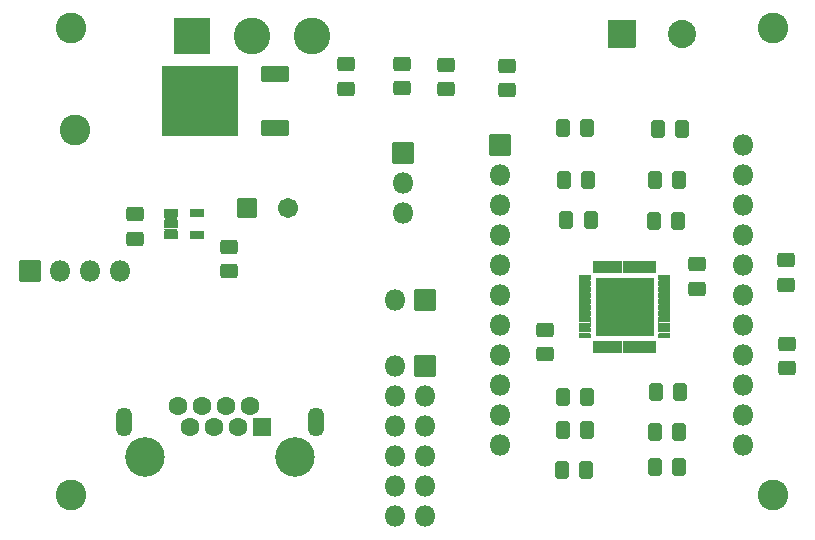
<source format=gbr>
G04 #@! TF.GenerationSoftware,KiCad,Pcbnew,(6.0.0)*
G04 #@! TF.CreationDate,2022-07-24T20:55:29-05:00*
G04 #@! TF.ProjectId,SimpleBuildSoundsAmp,53696d70-6c65-4427-9569-6c64536f756e,rev?*
G04 #@! TF.SameCoordinates,Original*
G04 #@! TF.FileFunction,Soldermask,Bot*
G04 #@! TF.FilePolarity,Negative*
%FSLAX46Y46*%
G04 Gerber Fmt 4.6, Leading zero omitted, Abs format (unit mm)*
G04 Created by KiCad (PCBNEW (6.0.0)) date 2022-07-24 20:55:29*
%MOMM*%
%LPD*%
G01*
G04 APERTURE LIST*
G04 Aperture macros list*
%AMRoundRect*
0 Rectangle with rounded corners*
0 $1 Rounding radius*
0 $2 $3 $4 $5 $6 $7 $8 $9 X,Y pos of 4 corners*
0 Add a 4 corners polygon primitive as box body*
4,1,4,$2,$3,$4,$5,$6,$7,$8,$9,$2,$3,0*
0 Add four circle primitives for the rounded corners*
1,1,$1+$1,$2,$3*
1,1,$1+$1,$4,$5*
1,1,$1+$1,$6,$7*
1,1,$1+$1,$8,$9*
0 Add four rect primitives between the rounded corners*
20,1,$1+$1,$2,$3,$4,$5,0*
20,1,$1+$1,$4,$5,$6,$7,0*
20,1,$1+$1,$6,$7,$8,$9,0*
20,1,$1+$1,$8,$9,$2,$3,0*%
%AMHorizOval*
0 Thick line with rounded ends*
0 $1 width*
0 $2 $3 position (X,Y) of the first rounded end (center of the circle)*
0 $4 $5 position (X,Y) of the second rounded end (center of the circle)*
0 Add line between two ends*
20,1,$1,$2,$3,$4,$5,0*
0 Add two circle primitives to create the rounded ends*
1,1,$1,$2,$3*
1,1,$1,$4,$5*%
G04 Aperture macros list end*
%ADD10RoundRect,0.051000X-0.850000X0.850000X-0.850000X-0.850000X0.850000X-0.850000X0.850000X0.850000X0*%
%ADD11O,1.802000X1.802000*%
%ADD12RoundRect,0.051000X-0.800000X-0.800000X0.800000X-0.800000X0.800000X0.800000X-0.800000X0.800000X0*%
%ADD13C,1.702000*%
%ADD14HorizOval,2.602000X0.000000X0.000000X0.000000X0.000000X0*%
%ADD15RoundRect,0.051000X0.850000X-0.850000X0.850000X0.850000X-0.850000X0.850000X-0.850000X-0.850000X0*%
%ADD16C,3.352000*%
%ADD17RoundRect,0.051000X-0.750000X-0.750000X0.750000X-0.750000X0.750000X0.750000X-0.750000X0.750000X0*%
%ADD18C,1.602000*%
%ADD19O,1.361000X2.464000*%
%ADD20RoundRect,0.051000X-1.143000X-1.143000X1.143000X-1.143000X1.143000X1.143000X-1.143000X1.143000X0*%
%ADD21C,2.388000*%
%ADD22C,2.602000*%
%ADD23RoundRect,0.051000X-0.850000X-0.850000X0.850000X-0.850000X0.850000X0.850000X-0.850000X0.850000X0*%
%ADD24RoundRect,0.051000X-1.500000X-1.500000X1.500000X-1.500000X1.500000X1.500000X-1.500000X1.500000X0*%
%ADD25C,3.102000*%
%ADD26RoundRect,0.301000X0.325000X0.450000X-0.325000X0.450000X-0.325000X-0.450000X0.325000X-0.450000X0*%
%ADD27RoundRect,0.301000X-0.450000X0.325000X-0.450000X-0.325000X0.450000X-0.325000X0.450000X0.325000X0*%
%ADD28RoundRect,0.301000X-0.325000X-0.450000X0.325000X-0.450000X0.325000X0.450000X-0.325000X0.450000X0*%
%ADD29RoundRect,0.051000X1.100000X0.600000X-1.100000X0.600000X-1.100000X-0.600000X1.100000X-0.600000X0*%
%ADD30RoundRect,0.051000X3.200000X2.900000X-3.200000X2.900000X-3.200000X-2.900000X3.200000X-2.900000X0*%
%ADD31RoundRect,0.301000X0.450000X-0.325000X0.450000X0.325000X-0.450000X0.325000X-0.450000X-0.325000X0*%
%ADD32RoundRect,0.051000X-0.482600X0.127000X-0.482600X-0.127000X0.482600X-0.127000X0.482600X0.127000X0*%
%ADD33RoundRect,0.051000X-0.127000X-0.482600X0.127000X-0.482600X0.127000X0.482600X-0.127000X0.482600X0*%
%ADD34C,0.902000*%
%ADD35RoundRect,0.051000X-2.425700X-2.425700X2.425700X-2.425700X2.425700X2.425700X-2.425700X2.425700X0*%
%ADD36RoundRect,0.051000X-0.530000X-0.325000X0.530000X-0.325000X0.530000X0.325000X-0.530000X0.325000X0*%
G04 APERTURE END LIST*
D10*
X168660000Y-70470000D03*
D11*
X166120000Y-70470000D03*
D12*
X153600000Y-62650000D03*
D13*
X157100000Y-62650000D03*
D14*
X138991900Y-56061000D03*
D15*
X135220000Y-68020000D03*
D11*
X137760000Y-68020000D03*
X140300000Y-68020000D03*
X142840000Y-68020000D03*
D16*
X144981680Y-83700820D03*
X157681680Y-83700820D03*
D17*
X154880980Y-81160820D03*
D18*
X153860980Y-79380820D03*
X152850980Y-81160820D03*
X151830980Y-79380820D03*
X150820980Y-81160820D03*
X149800980Y-79380820D03*
X148790980Y-81160820D03*
X147770980Y-79380820D03*
D19*
X143201680Y-80798870D03*
X159461680Y-80798870D03*
D20*
X185300000Y-47900000D03*
D21*
X190380000Y-47900000D03*
D22*
X138684000Y-47412000D03*
X198120000Y-47412000D03*
X138684000Y-86972500D03*
X198120000Y-86972500D03*
D23*
X175050000Y-57300000D03*
D11*
X195550000Y-57300000D03*
X175050000Y-59840000D03*
X195550000Y-59840000D03*
X175050000Y-62380000D03*
X195550000Y-62380000D03*
X175050000Y-64920000D03*
X195550000Y-64920000D03*
X175050000Y-67460000D03*
X195550000Y-67460000D03*
X175050000Y-70000000D03*
X195550000Y-70000000D03*
X175050000Y-72540000D03*
X195550000Y-72540000D03*
X175050000Y-75080000D03*
X195550000Y-75080000D03*
X175050000Y-77620000D03*
X195550000Y-77620000D03*
X175050000Y-80160000D03*
X195550000Y-80160000D03*
X175050000Y-82700000D03*
X195550000Y-82700000D03*
D24*
X148900000Y-48100000D03*
D25*
X153980000Y-48100000D03*
X159060000Y-48100000D03*
D10*
X166810000Y-57980000D03*
D11*
X166810000Y-60520000D03*
X166810000Y-63060000D03*
D23*
X168620000Y-76075000D03*
D11*
X166080000Y-76075000D03*
X168620000Y-78615000D03*
X166080000Y-78615000D03*
X168620000Y-81155000D03*
X166080000Y-81155000D03*
X168620000Y-83695000D03*
X166080000Y-83695000D03*
X168620000Y-86235000D03*
X166080000Y-86235000D03*
X168620000Y-88775000D03*
X166080000Y-88775000D03*
D26*
X182400000Y-55875000D03*
X180350000Y-55875000D03*
D27*
X161975000Y-50500000D03*
X161975000Y-52550000D03*
X166700000Y-50475000D03*
X166700000Y-52525000D03*
X170450000Y-50525000D03*
X170450000Y-52575000D03*
X175625000Y-50650000D03*
X175625000Y-52700000D03*
X199225000Y-67100000D03*
X199225000Y-69150000D03*
D28*
X180350000Y-78625000D03*
X182400000Y-78625000D03*
X188200000Y-78200000D03*
X190250000Y-78200000D03*
X180250000Y-84800000D03*
X182300000Y-84800000D03*
X188100000Y-84600000D03*
X190150000Y-84600000D03*
X188100000Y-81600000D03*
X190150000Y-81600000D03*
D29*
X155950000Y-51320000D03*
X155950000Y-55880000D03*
D30*
X149650000Y-53600000D03*
D26*
X190200000Y-60250000D03*
X188150000Y-60250000D03*
X182675000Y-63650000D03*
X180625000Y-63650000D03*
D28*
X188050000Y-63750000D03*
X190100000Y-63750000D03*
D27*
X178800000Y-72975000D03*
X178800000Y-75025000D03*
D31*
X191675000Y-69475000D03*
X191675000Y-67425000D03*
D32*
X182171800Y-73525000D03*
X182171800Y-73025001D03*
X182171800Y-72525000D03*
X182171800Y-72025001D03*
X182171800Y-71524999D03*
X182171800Y-71025000D03*
X182171800Y-70525001D03*
X182171800Y-70024999D03*
X182171800Y-69525000D03*
X182171800Y-69024999D03*
X182171800Y-68525000D03*
D33*
X183050000Y-67646800D03*
X183549999Y-67646800D03*
X184050000Y-67646800D03*
X184549999Y-67646800D03*
X185050001Y-67646800D03*
X185550000Y-67646800D03*
X186049999Y-67646800D03*
X186550001Y-67646800D03*
X187050000Y-67646800D03*
X187550001Y-67646800D03*
X188050000Y-67646800D03*
D32*
X188928200Y-68525000D03*
X188928200Y-69024999D03*
X188928200Y-69525000D03*
X188928200Y-70024999D03*
X188928200Y-70525001D03*
X188928200Y-71025000D03*
X188928200Y-71524999D03*
X188928200Y-72025001D03*
X188928200Y-72525000D03*
X188928200Y-73025001D03*
X188928200Y-73525000D03*
D33*
X188050000Y-74403200D03*
X187550001Y-74403200D03*
X187050000Y-74403200D03*
X186550001Y-74403200D03*
X186049999Y-74403200D03*
X185550000Y-74403200D03*
X185050001Y-74403200D03*
X184549999Y-74403200D03*
X184050000Y-74403200D03*
X183549999Y-74403200D03*
X183050000Y-74403200D03*
D34*
X185550000Y-71025000D03*
D35*
X185550000Y-71025000D03*
D34*
X184943575Y-72237850D03*
X184337150Y-71025000D03*
X186156425Y-72237850D03*
X186762850Y-71025000D03*
X186156425Y-69812150D03*
X184943575Y-69812150D03*
D28*
X188350000Y-55950000D03*
X190400000Y-55950000D03*
X180325000Y-81450000D03*
X182375000Y-81450000D03*
X180400000Y-60325000D03*
X182450000Y-60325000D03*
D27*
X199300000Y-74150000D03*
X199300000Y-76200000D03*
D31*
X144125000Y-65250000D03*
X144125000Y-63200000D03*
X152075000Y-68025000D03*
X152075000Y-65975000D03*
D36*
X147125000Y-64975000D03*
X147125000Y-64025000D03*
X147125000Y-63075000D03*
X149325000Y-63075000D03*
X149325000Y-64975000D03*
G36*
X187217659Y-73888091D02*
G01*
X187231427Y-73897290D01*
X187297791Y-73918070D01*
X187368590Y-73897281D01*
X187382341Y-73888093D01*
X187384337Y-73887962D01*
X187385448Y-73889625D01*
X187385115Y-73890867D01*
X187377768Y-73901862D01*
X187374001Y-73920799D01*
X187374001Y-74885601D01*
X187377767Y-74904536D01*
X187385116Y-74915535D01*
X187385247Y-74917531D01*
X187383584Y-74918642D01*
X187382342Y-74918309D01*
X187368574Y-74909110D01*
X187302210Y-74888330D01*
X187231411Y-74909119D01*
X187217660Y-74918307D01*
X187215664Y-74918438D01*
X187214553Y-74916775D01*
X187214886Y-74915533D01*
X187222234Y-74904536D01*
X187226000Y-74885601D01*
X187226000Y-73920799D01*
X187222233Y-73901862D01*
X187214885Y-73890865D01*
X187214754Y-73888869D01*
X187216417Y-73887758D01*
X187217659Y-73888091D01*
G37*
G36*
X186217658Y-73888091D02*
G01*
X186231425Y-73897290D01*
X186297788Y-73918071D01*
X186368589Y-73897281D01*
X186382342Y-73888092D01*
X186384338Y-73887961D01*
X186385449Y-73889624D01*
X186385116Y-73890866D01*
X186377768Y-73901862D01*
X186374001Y-73920799D01*
X186374001Y-74885601D01*
X186377767Y-74904536D01*
X186385116Y-74915535D01*
X186385247Y-74917531D01*
X186383584Y-74918642D01*
X186382342Y-74918309D01*
X186368575Y-74909110D01*
X186302212Y-74888329D01*
X186231411Y-74909119D01*
X186217658Y-74918308D01*
X186215662Y-74918439D01*
X186214551Y-74916776D01*
X186214884Y-74915534D01*
X186222233Y-74904536D01*
X186225999Y-74885601D01*
X186225999Y-73920799D01*
X186222232Y-73901862D01*
X186214884Y-73890865D01*
X186214753Y-73888869D01*
X186216416Y-73887758D01*
X186217658Y-73888091D01*
G37*
G36*
X183717658Y-73888091D02*
G01*
X183731426Y-73897290D01*
X183797790Y-73918070D01*
X183868589Y-73897281D01*
X183882340Y-73888093D01*
X183884336Y-73887962D01*
X183885447Y-73889625D01*
X183885114Y-73890867D01*
X183877767Y-73901862D01*
X183874000Y-73920799D01*
X183874000Y-74885601D01*
X183877766Y-74904536D01*
X183885115Y-74915535D01*
X183885246Y-74917531D01*
X183883583Y-74918642D01*
X183882341Y-74918309D01*
X183868573Y-74909110D01*
X183802209Y-74888330D01*
X183731410Y-74909119D01*
X183717659Y-74918307D01*
X183715663Y-74918438D01*
X183714552Y-74916775D01*
X183714885Y-74915533D01*
X183722233Y-74904536D01*
X183725999Y-74885601D01*
X183725999Y-73920799D01*
X183722232Y-73901862D01*
X183714884Y-73890865D01*
X183714753Y-73888869D01*
X183716416Y-73887758D01*
X183717658Y-73888091D01*
G37*
G36*
X184717658Y-73888091D02*
G01*
X184731425Y-73897290D01*
X184797788Y-73918071D01*
X184868589Y-73897281D01*
X184882342Y-73888092D01*
X184884338Y-73887961D01*
X184885449Y-73889624D01*
X184885116Y-73890866D01*
X184877768Y-73901862D01*
X184874001Y-73920799D01*
X184874001Y-74885601D01*
X184877767Y-74904536D01*
X184885116Y-74915535D01*
X184885247Y-74917531D01*
X184883584Y-74918642D01*
X184882342Y-74918309D01*
X184868575Y-74909110D01*
X184802212Y-74888329D01*
X184731411Y-74909119D01*
X184717658Y-74918308D01*
X184715662Y-74918439D01*
X184714551Y-74916776D01*
X184714884Y-74915534D01*
X184722233Y-74904536D01*
X184725999Y-74885601D01*
X184725999Y-73920799D01*
X184722232Y-73901862D01*
X184714884Y-73890865D01*
X184714753Y-73888869D01*
X184716416Y-73887758D01*
X184717658Y-73888091D01*
G37*
G36*
X185717660Y-73888093D02*
G01*
X185731425Y-73897290D01*
X185797789Y-73918070D01*
X185868590Y-73897280D01*
X185882339Y-73888094D01*
X185884335Y-73887963D01*
X185885446Y-73889626D01*
X185885113Y-73890868D01*
X185877766Y-73901863D01*
X185873999Y-73920799D01*
X185873999Y-74885601D01*
X185877765Y-74904536D01*
X185885113Y-74915533D01*
X185885244Y-74917529D01*
X185883581Y-74918640D01*
X185882339Y-74918307D01*
X185868576Y-74909111D01*
X185802212Y-74888330D01*
X185731411Y-74909119D01*
X185717660Y-74918307D01*
X185715664Y-74918438D01*
X185714553Y-74916775D01*
X185714886Y-74915533D01*
X185722234Y-74904536D01*
X185726000Y-74885601D01*
X185726000Y-73920799D01*
X185722233Y-73901862D01*
X185714886Y-73890867D01*
X185714755Y-73888871D01*
X185716418Y-73887760D01*
X185717660Y-73888093D01*
G37*
G36*
X183217660Y-73888093D02*
G01*
X183231425Y-73897290D01*
X183297789Y-73918070D01*
X183368590Y-73897280D01*
X183382339Y-73888094D01*
X183384335Y-73887963D01*
X183385446Y-73889626D01*
X183385113Y-73890868D01*
X183377766Y-73901863D01*
X183373999Y-73920799D01*
X183373999Y-74885601D01*
X183377765Y-74904536D01*
X183385113Y-74915533D01*
X183385244Y-74917529D01*
X183383581Y-74918640D01*
X183382339Y-74918307D01*
X183368576Y-74909111D01*
X183302212Y-74888330D01*
X183231411Y-74909119D01*
X183217660Y-74918307D01*
X183215664Y-74918438D01*
X183214553Y-74916775D01*
X183214886Y-74915533D01*
X183222234Y-74904536D01*
X183226000Y-74885601D01*
X183226000Y-73920799D01*
X183222233Y-73901862D01*
X183214886Y-73890867D01*
X183214755Y-73888871D01*
X183216418Y-73887760D01*
X183217660Y-73888093D01*
G37*
G36*
X184217660Y-73888093D02*
G01*
X184231425Y-73897290D01*
X184297789Y-73918070D01*
X184368590Y-73897280D01*
X184382339Y-73888094D01*
X184384335Y-73887963D01*
X184385446Y-73889626D01*
X184385113Y-73890868D01*
X184377766Y-73901863D01*
X184373999Y-73920799D01*
X184373999Y-74885601D01*
X184377765Y-74904536D01*
X184385113Y-74915533D01*
X184385244Y-74917529D01*
X184383581Y-74918640D01*
X184382339Y-74918307D01*
X184368576Y-74909111D01*
X184302212Y-74888330D01*
X184231411Y-74909119D01*
X184217660Y-74918307D01*
X184215664Y-74918438D01*
X184214553Y-74916775D01*
X184214886Y-74915533D01*
X184222234Y-74904536D01*
X184226000Y-74885601D01*
X184226000Y-73920799D01*
X184222233Y-73901862D01*
X184214886Y-73890867D01*
X184214755Y-73888871D01*
X184216418Y-73887760D01*
X184217660Y-73888093D01*
G37*
G36*
X187717661Y-73888093D02*
G01*
X187731426Y-73897290D01*
X187797790Y-73918070D01*
X187868591Y-73897280D01*
X187882340Y-73888094D01*
X187884336Y-73887963D01*
X187885447Y-73889626D01*
X187885114Y-73890868D01*
X187877767Y-73901863D01*
X187874000Y-73920799D01*
X187874000Y-74885601D01*
X187877766Y-74904536D01*
X187885114Y-74915533D01*
X187885245Y-74917529D01*
X187883582Y-74918640D01*
X187882340Y-74918307D01*
X187868577Y-74909111D01*
X187802213Y-74888330D01*
X187731412Y-74909119D01*
X187717661Y-74918307D01*
X187715665Y-74918438D01*
X187714554Y-74916775D01*
X187714887Y-74915533D01*
X187722235Y-74904536D01*
X187726001Y-74885601D01*
X187726001Y-73920799D01*
X187722234Y-73901862D01*
X187714887Y-73890867D01*
X187714756Y-73888871D01*
X187716419Y-73887760D01*
X187717661Y-73888093D01*
G37*
G36*
X185217661Y-73888093D02*
G01*
X185231426Y-73897290D01*
X185297790Y-73918070D01*
X185368591Y-73897280D01*
X185382340Y-73888094D01*
X185384336Y-73887963D01*
X185385447Y-73889626D01*
X185385114Y-73890868D01*
X185377767Y-73901863D01*
X185374000Y-73920799D01*
X185374000Y-74885601D01*
X185377766Y-74904536D01*
X185385114Y-74915533D01*
X185385245Y-74917529D01*
X185383582Y-74918640D01*
X185382340Y-74918307D01*
X185368577Y-74909111D01*
X185302213Y-74888330D01*
X185231412Y-74909119D01*
X185217661Y-74918307D01*
X185215665Y-74918438D01*
X185214554Y-74916775D01*
X185214887Y-74915533D01*
X185222235Y-74904536D01*
X185226001Y-74885601D01*
X185226001Y-73920799D01*
X185222234Y-73901862D01*
X185214887Y-73890867D01*
X185214756Y-73888871D01*
X185216419Y-73887760D01*
X185217661Y-73888093D01*
G37*
G36*
X186717661Y-73888093D02*
G01*
X186731426Y-73897290D01*
X186797790Y-73918070D01*
X186868591Y-73897280D01*
X186882340Y-73888094D01*
X186884336Y-73887963D01*
X186885447Y-73889626D01*
X186885114Y-73890868D01*
X186877767Y-73901863D01*
X186874000Y-73920799D01*
X186874000Y-74885601D01*
X186877766Y-74904536D01*
X186885114Y-74915533D01*
X186885245Y-74917529D01*
X186883582Y-74918640D01*
X186882340Y-74918307D01*
X186868577Y-74909111D01*
X186802213Y-74888330D01*
X186731412Y-74909119D01*
X186717661Y-74918307D01*
X186715665Y-74918438D01*
X186714554Y-74916775D01*
X186714887Y-74915533D01*
X186722235Y-74904536D01*
X186726001Y-74885601D01*
X186726001Y-73920799D01*
X186722234Y-73901862D01*
X186714887Y-73890867D01*
X186714756Y-73888871D01*
X186716419Y-73887760D01*
X186717661Y-73888093D01*
G37*
G36*
X188415867Y-73189887D02*
G01*
X188426862Y-73197234D01*
X188445799Y-73201001D01*
X189410601Y-73201001D01*
X189429538Y-73197234D01*
X189440533Y-73189887D01*
X189442529Y-73189756D01*
X189443640Y-73191419D01*
X189443307Y-73192661D01*
X189434110Y-73206426D01*
X189413330Y-73272790D01*
X189434120Y-73343591D01*
X189443306Y-73357340D01*
X189443437Y-73359336D01*
X189441774Y-73360447D01*
X189440532Y-73360114D01*
X189429537Y-73352767D01*
X189410601Y-73349000D01*
X188445799Y-73349000D01*
X188426862Y-73352767D01*
X188415867Y-73360114D01*
X188413871Y-73360245D01*
X188412760Y-73358582D01*
X188413093Y-73357340D01*
X188422289Y-73343577D01*
X188443070Y-73277213D01*
X188422281Y-73206412D01*
X188413093Y-73192661D01*
X188412962Y-73190665D01*
X188414625Y-73189554D01*
X188415867Y-73189887D01*
G37*
G36*
X181659467Y-73189887D02*
G01*
X181670462Y-73197234D01*
X181689399Y-73201001D01*
X182654201Y-73201001D01*
X182673138Y-73197234D01*
X182684133Y-73189887D01*
X182686129Y-73189756D01*
X182687240Y-73191419D01*
X182686907Y-73192661D01*
X182677710Y-73206426D01*
X182656930Y-73272790D01*
X182677720Y-73343591D01*
X182686906Y-73357340D01*
X182687037Y-73359336D01*
X182685374Y-73360447D01*
X182684132Y-73360114D01*
X182673137Y-73352767D01*
X182654201Y-73349000D01*
X181689399Y-73349000D01*
X181670462Y-73352767D01*
X181659467Y-73360114D01*
X181657471Y-73360245D01*
X181656360Y-73358582D01*
X181656693Y-73357340D01*
X181665889Y-73343577D01*
X181686670Y-73277213D01*
X181665881Y-73206412D01*
X181656693Y-73192661D01*
X181656562Y-73190665D01*
X181658225Y-73189554D01*
X181659467Y-73189887D01*
G37*
G36*
X181659465Y-72689884D02*
G01*
X181670463Y-72697233D01*
X181689399Y-72701000D01*
X182654201Y-72701000D01*
X182673138Y-72697233D01*
X182684135Y-72689885D01*
X182686131Y-72689754D01*
X182687242Y-72691417D01*
X182686909Y-72692659D01*
X182677710Y-72706427D01*
X182656930Y-72772791D01*
X182677719Y-72843590D01*
X182686907Y-72857341D01*
X182687038Y-72859337D01*
X182685375Y-72860448D01*
X182684133Y-72860115D01*
X182673138Y-72852768D01*
X182654201Y-72849001D01*
X181689399Y-72849001D01*
X181670462Y-72852768D01*
X181659467Y-72860115D01*
X181657471Y-72860246D01*
X181656360Y-72858583D01*
X181656693Y-72857341D01*
X181665890Y-72843576D01*
X181686670Y-72777212D01*
X181665881Y-72706413D01*
X181656691Y-72692658D01*
X181656560Y-72690662D01*
X181658223Y-72689551D01*
X181659465Y-72689884D01*
G37*
G36*
X188415865Y-72689884D02*
G01*
X188426863Y-72697233D01*
X188445799Y-72701000D01*
X189410601Y-72701000D01*
X189429538Y-72697233D01*
X189440535Y-72689885D01*
X189442531Y-72689754D01*
X189443642Y-72691417D01*
X189443309Y-72692659D01*
X189434110Y-72706427D01*
X189413330Y-72772791D01*
X189434119Y-72843590D01*
X189443307Y-72857341D01*
X189443438Y-72859337D01*
X189441775Y-72860448D01*
X189440533Y-72860115D01*
X189429538Y-72852768D01*
X189410601Y-72849001D01*
X188445799Y-72849001D01*
X188426862Y-72852768D01*
X188415867Y-72860115D01*
X188413871Y-72860246D01*
X188412760Y-72858583D01*
X188413093Y-72857341D01*
X188422290Y-72843576D01*
X188443070Y-72777212D01*
X188422281Y-72706413D01*
X188413091Y-72692658D01*
X188412960Y-72690662D01*
X188414623Y-72689551D01*
X188415865Y-72689884D01*
G37*
G36*
X188415867Y-72189887D02*
G01*
X188426862Y-72197234D01*
X188445799Y-72201001D01*
X189410601Y-72201001D01*
X189429538Y-72197234D01*
X189440533Y-72189887D01*
X189442529Y-72189756D01*
X189443640Y-72191419D01*
X189443307Y-72192661D01*
X189434110Y-72206426D01*
X189413330Y-72272790D01*
X189434120Y-72343591D01*
X189443306Y-72357340D01*
X189443437Y-72359336D01*
X189441774Y-72360447D01*
X189440532Y-72360114D01*
X189429537Y-72352767D01*
X189410601Y-72349000D01*
X188445799Y-72349000D01*
X188426862Y-72352767D01*
X188415867Y-72360114D01*
X188413871Y-72360245D01*
X188412760Y-72358582D01*
X188413093Y-72357340D01*
X188422289Y-72343577D01*
X188443070Y-72277213D01*
X188422281Y-72206412D01*
X188413093Y-72192661D01*
X188412962Y-72190665D01*
X188414625Y-72189554D01*
X188415867Y-72189887D01*
G37*
G36*
X181659467Y-72189887D02*
G01*
X181670462Y-72197234D01*
X181689399Y-72201001D01*
X182654201Y-72201001D01*
X182673138Y-72197234D01*
X182684133Y-72189887D01*
X182686129Y-72189756D01*
X182687240Y-72191419D01*
X182686907Y-72192661D01*
X182677710Y-72206426D01*
X182656930Y-72272790D01*
X182677720Y-72343591D01*
X182686906Y-72357340D01*
X182687037Y-72359336D01*
X182685374Y-72360447D01*
X182684132Y-72360114D01*
X182673137Y-72352767D01*
X182654201Y-72349000D01*
X181689399Y-72349000D01*
X181670462Y-72352767D01*
X181659467Y-72360114D01*
X181657471Y-72360245D01*
X181656360Y-72358582D01*
X181656693Y-72357340D01*
X181665889Y-72343577D01*
X181686670Y-72277213D01*
X181665881Y-72206412D01*
X181656693Y-72192661D01*
X181656562Y-72190665D01*
X181658225Y-72189554D01*
X181659467Y-72189887D01*
G37*
G36*
X181659466Y-71689884D02*
G01*
X181670462Y-71697232D01*
X181689399Y-71700999D01*
X182654201Y-71700999D01*
X182673138Y-71697232D01*
X182684135Y-71689884D01*
X182686131Y-71689753D01*
X182687242Y-71691416D01*
X182686909Y-71692658D01*
X182677710Y-71706425D01*
X182656929Y-71772788D01*
X182677719Y-71843589D01*
X182686908Y-71857342D01*
X182687039Y-71859338D01*
X182685376Y-71860449D01*
X182684134Y-71860116D01*
X182673138Y-71852768D01*
X182654201Y-71849001D01*
X181689399Y-71849001D01*
X181670462Y-71852768D01*
X181659465Y-71860116D01*
X181657469Y-71860247D01*
X181656358Y-71858584D01*
X181656691Y-71857342D01*
X181665890Y-71843575D01*
X181686671Y-71777212D01*
X181665881Y-71706411D01*
X181656692Y-71692658D01*
X181656561Y-71690662D01*
X181658224Y-71689551D01*
X181659466Y-71689884D01*
G37*
G36*
X188415866Y-71689884D02*
G01*
X188426862Y-71697232D01*
X188445799Y-71700999D01*
X189410601Y-71700999D01*
X189429538Y-71697232D01*
X189440535Y-71689884D01*
X189442531Y-71689753D01*
X189443642Y-71691416D01*
X189443309Y-71692658D01*
X189434110Y-71706425D01*
X189413329Y-71772788D01*
X189434119Y-71843589D01*
X189443308Y-71857342D01*
X189443439Y-71859338D01*
X189441776Y-71860449D01*
X189440534Y-71860116D01*
X189429538Y-71852768D01*
X189410601Y-71849001D01*
X188445799Y-71849001D01*
X188426862Y-71852768D01*
X188415865Y-71860116D01*
X188413869Y-71860247D01*
X188412758Y-71858584D01*
X188413091Y-71857342D01*
X188422290Y-71843575D01*
X188443071Y-71777212D01*
X188422281Y-71706411D01*
X188413092Y-71692658D01*
X188412961Y-71690662D01*
X188414624Y-71689551D01*
X188415866Y-71689884D01*
G37*
G36*
X188415867Y-71189886D02*
G01*
X188426862Y-71197233D01*
X188445799Y-71201000D01*
X189410601Y-71201000D01*
X189429538Y-71197233D01*
X189440533Y-71189886D01*
X189442529Y-71189755D01*
X189443640Y-71191418D01*
X189443307Y-71192660D01*
X189434110Y-71206425D01*
X189413330Y-71272789D01*
X189434120Y-71343590D01*
X189443306Y-71357339D01*
X189443437Y-71359335D01*
X189441774Y-71360446D01*
X189440532Y-71360113D01*
X189429537Y-71352766D01*
X189410601Y-71348999D01*
X188445799Y-71348999D01*
X188426862Y-71352766D01*
X188415867Y-71360113D01*
X188413871Y-71360244D01*
X188412760Y-71358581D01*
X188413093Y-71357339D01*
X188422289Y-71343576D01*
X188443070Y-71277212D01*
X188422281Y-71206411D01*
X188413093Y-71192660D01*
X188412962Y-71190664D01*
X188414625Y-71189553D01*
X188415867Y-71189886D01*
G37*
G36*
X181659467Y-71189886D02*
G01*
X181670462Y-71197233D01*
X181689399Y-71201000D01*
X182654201Y-71201000D01*
X182673138Y-71197233D01*
X182684133Y-71189886D01*
X182686129Y-71189755D01*
X182687240Y-71191418D01*
X182686907Y-71192660D01*
X182677710Y-71206425D01*
X182656930Y-71272789D01*
X182677720Y-71343590D01*
X182686906Y-71357339D01*
X182687037Y-71359335D01*
X182685374Y-71360446D01*
X182684132Y-71360113D01*
X182673137Y-71352766D01*
X182654201Y-71348999D01*
X181689399Y-71348999D01*
X181670462Y-71352766D01*
X181659467Y-71360113D01*
X181657471Y-71360244D01*
X181656360Y-71358581D01*
X181656693Y-71357339D01*
X181665889Y-71343576D01*
X181686670Y-71277212D01*
X181665881Y-71206411D01*
X181656693Y-71192660D01*
X181656562Y-71190664D01*
X181658225Y-71189553D01*
X181659467Y-71189886D01*
G37*
G36*
X181659468Y-70689887D02*
G01*
X181670463Y-70697234D01*
X181689399Y-70701001D01*
X182654201Y-70701001D01*
X182673138Y-70697234D01*
X182684133Y-70689887D01*
X182686129Y-70689756D01*
X182687240Y-70691419D01*
X182686907Y-70692661D01*
X182677711Y-70706424D01*
X182656930Y-70772788D01*
X182677719Y-70843589D01*
X182686907Y-70857340D01*
X182687038Y-70859336D01*
X182685375Y-70860447D01*
X182684133Y-70860114D01*
X182673138Y-70852767D01*
X182654201Y-70849000D01*
X181689399Y-70849000D01*
X181670462Y-70852767D01*
X181659467Y-70860114D01*
X181657471Y-70860245D01*
X181656360Y-70858582D01*
X181656693Y-70857340D01*
X181665890Y-70843575D01*
X181686670Y-70777211D01*
X181665880Y-70706410D01*
X181656694Y-70692661D01*
X181656563Y-70690665D01*
X181658226Y-70689554D01*
X181659468Y-70689887D01*
G37*
G36*
X188415868Y-70689887D02*
G01*
X188426863Y-70697234D01*
X188445799Y-70701001D01*
X189410601Y-70701001D01*
X189429538Y-70697234D01*
X189440533Y-70689887D01*
X189442529Y-70689756D01*
X189443640Y-70691419D01*
X189443307Y-70692661D01*
X189434111Y-70706424D01*
X189413330Y-70772788D01*
X189434119Y-70843589D01*
X189443307Y-70857340D01*
X189443438Y-70859336D01*
X189441775Y-70860447D01*
X189440533Y-70860114D01*
X189429538Y-70852767D01*
X189410601Y-70849000D01*
X188445799Y-70849000D01*
X188426862Y-70852767D01*
X188415867Y-70860114D01*
X188413871Y-70860245D01*
X188412760Y-70858582D01*
X188413093Y-70857340D01*
X188422290Y-70843575D01*
X188443070Y-70777211D01*
X188422280Y-70706410D01*
X188413094Y-70692661D01*
X188412963Y-70690665D01*
X188414626Y-70689554D01*
X188415868Y-70689887D01*
G37*
G36*
X188415866Y-70189884D02*
G01*
X188426862Y-70197232D01*
X188445799Y-70200999D01*
X189410601Y-70200999D01*
X189429538Y-70197232D01*
X189440535Y-70189884D01*
X189442531Y-70189753D01*
X189443642Y-70191416D01*
X189443309Y-70192658D01*
X189434110Y-70206425D01*
X189413329Y-70272788D01*
X189434119Y-70343589D01*
X189443308Y-70357342D01*
X189443439Y-70359338D01*
X189441776Y-70360449D01*
X189440534Y-70360116D01*
X189429538Y-70352768D01*
X189410601Y-70349001D01*
X188445799Y-70349001D01*
X188426862Y-70352768D01*
X188415865Y-70360116D01*
X188413869Y-70360247D01*
X188412758Y-70358584D01*
X188413091Y-70357342D01*
X188422290Y-70343575D01*
X188443071Y-70277212D01*
X188422281Y-70206411D01*
X188413092Y-70192658D01*
X188412961Y-70190662D01*
X188414624Y-70189551D01*
X188415866Y-70189884D01*
G37*
G36*
X181659466Y-70189884D02*
G01*
X181670462Y-70197232D01*
X181689399Y-70200999D01*
X182654201Y-70200999D01*
X182673138Y-70197232D01*
X182684135Y-70189884D01*
X182686131Y-70189753D01*
X182687242Y-70191416D01*
X182686909Y-70192658D01*
X182677710Y-70206425D01*
X182656929Y-70272788D01*
X182677719Y-70343589D01*
X182686908Y-70357342D01*
X182687039Y-70359338D01*
X182685376Y-70360449D01*
X182684134Y-70360116D01*
X182673138Y-70352768D01*
X182654201Y-70349001D01*
X181689399Y-70349001D01*
X181670462Y-70352768D01*
X181659465Y-70360116D01*
X181657469Y-70360247D01*
X181656358Y-70358584D01*
X181656691Y-70357342D01*
X181665890Y-70343575D01*
X181686671Y-70277212D01*
X181665881Y-70206411D01*
X181656692Y-70192658D01*
X181656561Y-70190662D01*
X181658224Y-70189551D01*
X181659466Y-70189884D01*
G37*
G36*
X181659467Y-69689886D02*
G01*
X181670462Y-69697233D01*
X181689399Y-69701000D01*
X182654201Y-69701000D01*
X182673138Y-69697233D01*
X182684133Y-69689886D01*
X182686129Y-69689755D01*
X182687240Y-69691418D01*
X182686907Y-69692660D01*
X182677710Y-69706425D01*
X182656930Y-69772789D01*
X182677720Y-69843590D01*
X182686906Y-69857339D01*
X182687037Y-69859335D01*
X182685374Y-69860446D01*
X182684132Y-69860113D01*
X182673137Y-69852766D01*
X182654201Y-69848999D01*
X181689399Y-69848999D01*
X181670462Y-69852766D01*
X181659467Y-69860113D01*
X181657471Y-69860244D01*
X181656360Y-69858581D01*
X181656693Y-69857339D01*
X181665889Y-69843576D01*
X181686670Y-69777212D01*
X181665881Y-69706411D01*
X181656693Y-69692660D01*
X181656562Y-69690664D01*
X181658225Y-69689553D01*
X181659467Y-69689886D01*
G37*
G36*
X188415867Y-69689886D02*
G01*
X188426862Y-69697233D01*
X188445799Y-69701000D01*
X189410601Y-69701000D01*
X189429538Y-69697233D01*
X189440533Y-69689886D01*
X189442529Y-69689755D01*
X189443640Y-69691418D01*
X189443307Y-69692660D01*
X189434110Y-69706425D01*
X189413330Y-69772789D01*
X189434120Y-69843590D01*
X189443306Y-69857339D01*
X189443437Y-69859335D01*
X189441774Y-69860446D01*
X189440532Y-69860113D01*
X189429537Y-69852766D01*
X189410601Y-69848999D01*
X188445799Y-69848999D01*
X188426862Y-69852766D01*
X188415867Y-69860113D01*
X188413871Y-69860244D01*
X188412760Y-69858581D01*
X188413093Y-69857339D01*
X188422289Y-69843576D01*
X188443070Y-69777212D01*
X188422281Y-69706411D01*
X188413093Y-69692660D01*
X188412962Y-69690664D01*
X188414625Y-69689553D01*
X188415867Y-69689886D01*
G37*
G36*
X188415865Y-69189883D02*
G01*
X188426863Y-69197232D01*
X188445799Y-69200999D01*
X189410601Y-69200999D01*
X189429538Y-69197232D01*
X189440535Y-69189884D01*
X189442531Y-69189753D01*
X189443642Y-69191416D01*
X189443309Y-69192658D01*
X189434110Y-69206426D01*
X189413330Y-69272790D01*
X189434119Y-69343589D01*
X189443307Y-69357340D01*
X189443438Y-69359336D01*
X189441775Y-69360447D01*
X189440533Y-69360114D01*
X189429538Y-69352767D01*
X189410601Y-69349000D01*
X188445799Y-69349000D01*
X188426862Y-69352767D01*
X188415867Y-69360114D01*
X188413871Y-69360245D01*
X188412760Y-69358582D01*
X188413093Y-69357340D01*
X188422290Y-69343575D01*
X188443070Y-69277211D01*
X188422281Y-69206412D01*
X188413091Y-69192657D01*
X188412960Y-69190661D01*
X188414623Y-69189550D01*
X188415865Y-69189883D01*
G37*
G36*
X181659465Y-69189883D02*
G01*
X181670463Y-69197232D01*
X181689399Y-69200999D01*
X182654201Y-69200999D01*
X182673138Y-69197232D01*
X182684135Y-69189884D01*
X182686131Y-69189753D01*
X182687242Y-69191416D01*
X182686909Y-69192658D01*
X182677710Y-69206426D01*
X182656930Y-69272790D01*
X182677719Y-69343589D01*
X182686907Y-69357340D01*
X182687038Y-69359336D01*
X182685375Y-69360447D01*
X182684133Y-69360114D01*
X182673138Y-69352767D01*
X182654201Y-69349000D01*
X181689399Y-69349000D01*
X181670462Y-69352767D01*
X181659467Y-69360114D01*
X181657471Y-69360245D01*
X181656360Y-69358582D01*
X181656693Y-69357340D01*
X181665890Y-69343575D01*
X181686670Y-69277211D01*
X181665881Y-69206412D01*
X181656691Y-69192657D01*
X181656560Y-69190661D01*
X181658223Y-69189550D01*
X181659465Y-69189883D01*
G37*
G36*
X181659467Y-68689886D02*
G01*
X181670462Y-68697233D01*
X181689399Y-68701000D01*
X182654201Y-68701000D01*
X182673138Y-68697233D01*
X182684133Y-68689886D01*
X182686129Y-68689755D01*
X182687240Y-68691418D01*
X182686907Y-68692660D01*
X182677710Y-68706425D01*
X182656930Y-68772789D01*
X182677720Y-68843590D01*
X182686906Y-68857339D01*
X182687037Y-68859335D01*
X182685374Y-68860446D01*
X182684132Y-68860113D01*
X182673137Y-68852766D01*
X182654201Y-68848999D01*
X181689399Y-68848999D01*
X181670462Y-68852766D01*
X181659467Y-68860113D01*
X181657471Y-68860244D01*
X181656360Y-68858581D01*
X181656693Y-68857339D01*
X181665889Y-68843576D01*
X181686670Y-68777212D01*
X181665881Y-68706411D01*
X181656693Y-68692660D01*
X181656562Y-68690664D01*
X181658225Y-68689553D01*
X181659467Y-68689886D01*
G37*
G36*
X188415867Y-68689886D02*
G01*
X188426862Y-68697233D01*
X188445799Y-68701000D01*
X189410601Y-68701000D01*
X189429538Y-68697233D01*
X189440533Y-68689886D01*
X189442529Y-68689755D01*
X189443640Y-68691418D01*
X189443307Y-68692660D01*
X189434110Y-68706425D01*
X189413330Y-68772789D01*
X189434120Y-68843590D01*
X189443306Y-68857339D01*
X189443437Y-68859335D01*
X189441774Y-68860446D01*
X189440532Y-68860113D01*
X189429537Y-68852766D01*
X189410601Y-68848999D01*
X188445799Y-68848999D01*
X188426862Y-68852766D01*
X188415867Y-68860113D01*
X188413871Y-68860244D01*
X188412760Y-68858581D01*
X188413093Y-68857339D01*
X188422289Y-68843576D01*
X188443070Y-68777212D01*
X188422281Y-68706411D01*
X188413093Y-68692660D01*
X188412962Y-68690664D01*
X188414625Y-68689553D01*
X188415867Y-68689886D01*
G37*
G36*
X184717658Y-67131691D02*
G01*
X184731425Y-67140890D01*
X184797788Y-67161671D01*
X184868589Y-67140881D01*
X184882342Y-67131692D01*
X184884338Y-67131561D01*
X184885449Y-67133224D01*
X184885116Y-67134466D01*
X184877768Y-67145462D01*
X184874001Y-67164399D01*
X184874001Y-68129201D01*
X184877768Y-68148138D01*
X184885116Y-68159135D01*
X184885247Y-68161131D01*
X184883584Y-68162242D01*
X184882342Y-68161909D01*
X184868575Y-68152710D01*
X184802212Y-68131929D01*
X184731411Y-68152719D01*
X184717658Y-68161908D01*
X184715662Y-68162039D01*
X184714551Y-68160376D01*
X184714884Y-68159134D01*
X184722232Y-68148138D01*
X184725999Y-68129201D01*
X184725999Y-67164399D01*
X184722232Y-67145462D01*
X184714884Y-67134465D01*
X184714753Y-67132469D01*
X184716416Y-67131358D01*
X184717658Y-67131691D01*
G37*
G36*
X186217658Y-67131691D02*
G01*
X186231425Y-67140890D01*
X186297788Y-67161671D01*
X186368589Y-67140881D01*
X186382342Y-67131692D01*
X186384338Y-67131561D01*
X186385449Y-67133224D01*
X186385116Y-67134466D01*
X186377768Y-67145462D01*
X186374001Y-67164399D01*
X186374001Y-68129201D01*
X186377768Y-68148138D01*
X186385116Y-68159135D01*
X186385247Y-68161131D01*
X186383584Y-68162242D01*
X186382342Y-68161909D01*
X186368575Y-68152710D01*
X186302212Y-68131929D01*
X186231411Y-68152719D01*
X186217658Y-68161908D01*
X186215662Y-68162039D01*
X186214551Y-68160376D01*
X186214884Y-68159134D01*
X186222232Y-68148138D01*
X186225999Y-68129201D01*
X186225999Y-67164399D01*
X186222232Y-67145462D01*
X186214884Y-67134465D01*
X186214753Y-67132469D01*
X186216416Y-67131358D01*
X186217658Y-67131691D01*
G37*
G36*
X187217659Y-67131691D02*
G01*
X187231427Y-67140890D01*
X187297791Y-67161670D01*
X187368590Y-67140881D01*
X187382341Y-67131693D01*
X187384337Y-67131562D01*
X187385448Y-67133225D01*
X187385115Y-67134467D01*
X187377768Y-67145462D01*
X187374001Y-67164399D01*
X187374001Y-68129201D01*
X187377768Y-68148138D01*
X187385115Y-68159133D01*
X187385246Y-68161129D01*
X187383583Y-68162240D01*
X187382341Y-68161907D01*
X187368576Y-68152710D01*
X187302212Y-68131930D01*
X187231413Y-68152719D01*
X187217658Y-68161909D01*
X187215662Y-68162040D01*
X187214551Y-68160377D01*
X187214884Y-68159135D01*
X187222233Y-68148137D01*
X187226000Y-68129201D01*
X187226000Y-67164399D01*
X187222233Y-67145462D01*
X187214885Y-67134465D01*
X187214754Y-67132469D01*
X187216417Y-67131358D01*
X187217659Y-67131691D01*
G37*
G36*
X185217661Y-67131693D02*
G01*
X185231426Y-67140890D01*
X185297790Y-67161670D01*
X185368591Y-67140880D01*
X185382340Y-67131694D01*
X185384336Y-67131563D01*
X185385447Y-67133226D01*
X185385114Y-67134468D01*
X185377767Y-67145463D01*
X185374000Y-67164399D01*
X185374000Y-68129201D01*
X185377767Y-68148138D01*
X185385114Y-68159133D01*
X185385245Y-68161129D01*
X185383582Y-68162240D01*
X185382340Y-68161907D01*
X185368577Y-68152711D01*
X185302213Y-68131930D01*
X185231412Y-68152719D01*
X185217661Y-68161907D01*
X185215665Y-68162038D01*
X185214554Y-68160375D01*
X185214887Y-68159133D01*
X185222234Y-68148138D01*
X185226001Y-68129201D01*
X185226001Y-67164399D01*
X185222234Y-67145462D01*
X185214887Y-67134467D01*
X185214756Y-67132471D01*
X185216419Y-67131360D01*
X185217661Y-67131693D01*
G37*
G36*
X187717661Y-67131693D02*
G01*
X187731426Y-67140890D01*
X187797790Y-67161670D01*
X187868591Y-67140880D01*
X187882340Y-67131694D01*
X187884336Y-67131563D01*
X187885447Y-67133226D01*
X187885114Y-67134468D01*
X187877767Y-67145463D01*
X187874000Y-67164399D01*
X187874000Y-68129201D01*
X187877767Y-68148138D01*
X187885114Y-68159133D01*
X187885245Y-68161129D01*
X187883582Y-68162240D01*
X187882340Y-68161907D01*
X187868577Y-68152711D01*
X187802213Y-68131930D01*
X187731412Y-68152719D01*
X187717661Y-68161907D01*
X187715665Y-68162038D01*
X187714554Y-68160375D01*
X187714887Y-68159133D01*
X187722234Y-68148138D01*
X187726001Y-68129201D01*
X187726001Y-67164399D01*
X187722234Y-67145462D01*
X187714887Y-67134467D01*
X187714756Y-67132471D01*
X187716419Y-67131360D01*
X187717661Y-67131693D01*
G37*
G36*
X184217660Y-67131693D02*
G01*
X184231425Y-67140890D01*
X184297789Y-67161670D01*
X184368590Y-67140880D01*
X184382339Y-67131694D01*
X184384335Y-67131563D01*
X184385446Y-67133226D01*
X184385113Y-67134468D01*
X184377766Y-67145463D01*
X184373999Y-67164399D01*
X184373999Y-68129201D01*
X184377766Y-68148138D01*
X184385113Y-68159133D01*
X184385244Y-68161129D01*
X184383581Y-68162240D01*
X184382339Y-68161907D01*
X184368576Y-68152711D01*
X184302212Y-68131930D01*
X184231411Y-68152719D01*
X184217660Y-68161907D01*
X184215664Y-68162038D01*
X184214553Y-68160375D01*
X184214886Y-68159133D01*
X184222233Y-68148138D01*
X184226000Y-68129201D01*
X184226000Y-67164399D01*
X184222233Y-67145462D01*
X184214886Y-67134467D01*
X184214755Y-67132471D01*
X184216418Y-67131360D01*
X184217660Y-67131693D01*
G37*
G36*
X185717660Y-67131693D02*
G01*
X185731425Y-67140890D01*
X185797789Y-67161670D01*
X185868590Y-67140880D01*
X185882339Y-67131694D01*
X185884335Y-67131563D01*
X185885446Y-67133226D01*
X185885113Y-67134468D01*
X185877766Y-67145463D01*
X185873999Y-67164399D01*
X185873999Y-68129201D01*
X185877766Y-68148138D01*
X185885113Y-68159133D01*
X185885244Y-68161129D01*
X185883581Y-68162240D01*
X185882339Y-68161907D01*
X185868576Y-68152711D01*
X185802212Y-68131930D01*
X185731411Y-68152719D01*
X185717660Y-68161907D01*
X185715664Y-68162038D01*
X185714553Y-68160375D01*
X185714886Y-68159133D01*
X185722233Y-68148138D01*
X185726000Y-68129201D01*
X185726000Y-67164399D01*
X185722233Y-67145462D01*
X185714886Y-67134467D01*
X185714755Y-67132471D01*
X185716418Y-67131360D01*
X185717660Y-67131693D01*
G37*
G36*
X183217660Y-67131693D02*
G01*
X183231425Y-67140890D01*
X183297789Y-67161670D01*
X183368590Y-67140880D01*
X183382339Y-67131694D01*
X183384335Y-67131563D01*
X183385446Y-67133226D01*
X183385113Y-67134468D01*
X183377766Y-67145463D01*
X183373999Y-67164399D01*
X183373999Y-68129201D01*
X183377766Y-68148138D01*
X183385113Y-68159133D01*
X183385244Y-68161129D01*
X183383581Y-68162240D01*
X183382339Y-68161907D01*
X183368576Y-68152711D01*
X183302212Y-68131930D01*
X183231411Y-68152719D01*
X183217660Y-68161907D01*
X183215664Y-68162038D01*
X183214553Y-68160375D01*
X183214886Y-68159133D01*
X183222233Y-68148138D01*
X183226000Y-68129201D01*
X183226000Y-67164399D01*
X183222233Y-67145462D01*
X183214886Y-67134467D01*
X183214755Y-67132471D01*
X183216418Y-67131360D01*
X183217660Y-67131693D01*
G37*
G36*
X183717658Y-67131691D02*
G01*
X183731426Y-67140890D01*
X183797790Y-67161670D01*
X183868589Y-67140881D01*
X183882340Y-67131693D01*
X183884336Y-67131562D01*
X183885447Y-67133225D01*
X183885114Y-67134467D01*
X183877767Y-67145462D01*
X183874000Y-67164399D01*
X183874000Y-68129201D01*
X183877767Y-68148138D01*
X183885114Y-68159133D01*
X183885245Y-68161129D01*
X183883582Y-68162240D01*
X183882340Y-68161907D01*
X183868575Y-68152710D01*
X183802211Y-68131930D01*
X183731412Y-68152719D01*
X183717657Y-68161909D01*
X183715661Y-68162040D01*
X183714550Y-68160377D01*
X183714883Y-68159135D01*
X183722232Y-68148137D01*
X183725999Y-68129201D01*
X183725999Y-67164399D01*
X183722232Y-67145462D01*
X183714884Y-67134465D01*
X183714753Y-67132469D01*
X183716416Y-67131358D01*
X183717658Y-67131691D01*
G37*
G36*
X186717661Y-67131693D02*
G01*
X186731426Y-67140890D01*
X186797790Y-67161670D01*
X186868591Y-67140880D01*
X186882340Y-67131694D01*
X186884336Y-67131563D01*
X186885447Y-67133226D01*
X186885114Y-67134468D01*
X186877767Y-67145463D01*
X186874000Y-67164399D01*
X186874000Y-68129201D01*
X186877767Y-68148138D01*
X186885114Y-68159133D01*
X186885245Y-68161129D01*
X186883582Y-68162240D01*
X186882340Y-68161907D01*
X186868577Y-68152711D01*
X186802213Y-68131930D01*
X186731412Y-68152719D01*
X186717661Y-68161907D01*
X186715665Y-68162038D01*
X186714554Y-68160375D01*
X186714887Y-68159133D01*
X186722234Y-68148138D01*
X186726001Y-68129201D01*
X186726001Y-67164399D01*
X186722234Y-67145462D01*
X186714887Y-67134467D01*
X186714756Y-67132471D01*
X186716419Y-67131360D01*
X186717661Y-67131693D01*
G37*
G36*
X147671668Y-64396665D02*
G01*
X147672058Y-64398627D01*
X147671699Y-64399267D01*
X147628511Y-64450946D01*
X147619880Y-64519661D01*
X147649844Y-64582291D01*
X147670682Y-64600348D01*
X147671336Y-64602238D01*
X147670026Y-64603749D01*
X147668982Y-64603821D01*
X147654801Y-64601000D01*
X146595199Y-64601000D01*
X146580226Y-64603978D01*
X146578332Y-64603335D01*
X146577942Y-64601373D01*
X146578301Y-64600733D01*
X146621489Y-64549054D01*
X146630120Y-64480339D01*
X146600156Y-64417709D01*
X146579318Y-64399652D01*
X146578664Y-64397762D01*
X146579974Y-64396251D01*
X146581018Y-64396179D01*
X146595199Y-64399000D01*
X147654801Y-64399000D01*
X147669774Y-64396022D01*
X147671668Y-64396665D01*
G37*
G36*
X147671668Y-63446665D02*
G01*
X147672058Y-63448627D01*
X147671699Y-63449267D01*
X147628511Y-63500946D01*
X147619880Y-63569661D01*
X147649844Y-63632291D01*
X147670682Y-63650348D01*
X147671336Y-63652238D01*
X147670026Y-63653749D01*
X147668982Y-63653821D01*
X147654801Y-63651000D01*
X146595199Y-63651000D01*
X146580226Y-63653978D01*
X146578332Y-63653335D01*
X146577942Y-63651373D01*
X146578301Y-63650733D01*
X146621489Y-63599054D01*
X146630120Y-63530339D01*
X146600156Y-63467709D01*
X146579318Y-63449652D01*
X146578664Y-63447762D01*
X146579974Y-63446251D01*
X146581018Y-63446179D01*
X146595199Y-63449000D01*
X147654801Y-63449000D01*
X147669774Y-63446022D01*
X147671668Y-63446665D01*
G37*
M02*

</source>
